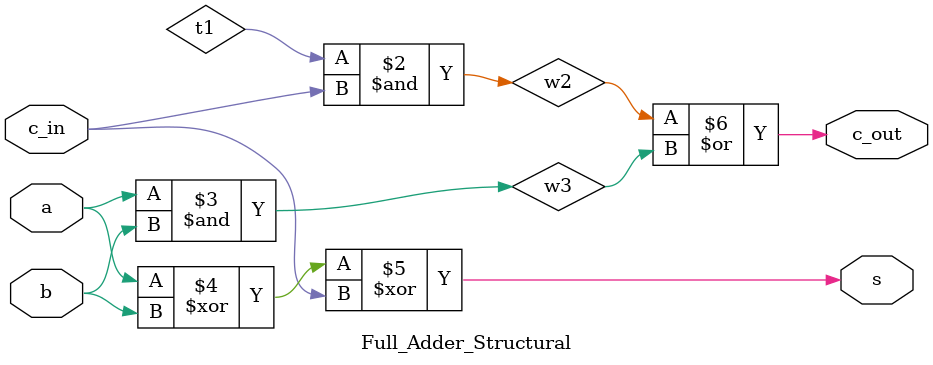
<source format=v>
`timescale 1ns / 1ps


module Full_Adder_Structural(
    c_out,      // carry out
    s,          // sum
    a,          // a
    b,          // b
    c_in        // carry in
    );
    
    output c_out;
    output s;
    input a;
    input b;
    input c_in;
    
    xor(w1, a, b);
    and(w2, t1, c_in);
    and(w3, a, b);
    
    xor(s, a, b, c_in);
    or(c_out, w2, w3);
endmodule

</source>
